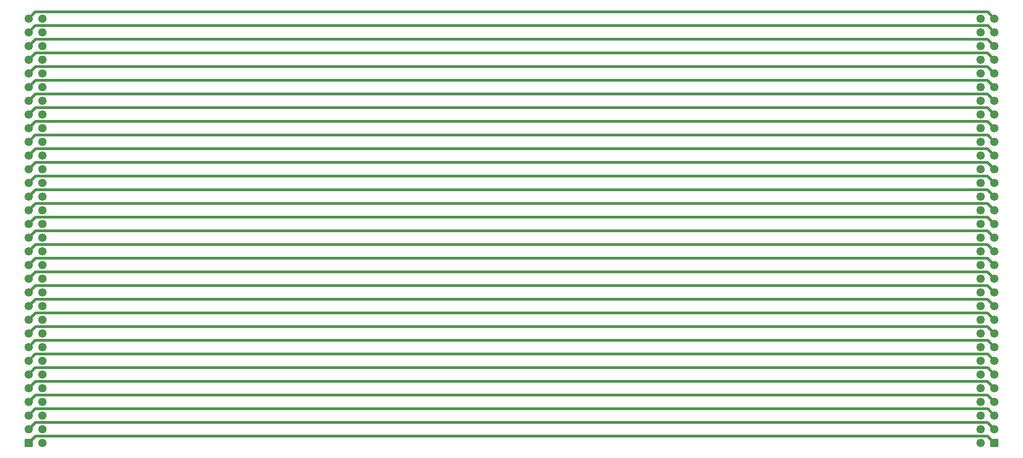
<source format=gbr>
%TF.GenerationSoftware,KiCad,Pcbnew,6.0.11-2627ca5db0~126~ubuntu22.04.1*%
%TF.CreationDate,2023-06-25T19:34:19+02:00*%
%TF.ProjectId,ikegami-htm1917r-extension,696b6567-616d-4692-9d68-746d31393137,rev?*%
%TF.SameCoordinates,Original*%
%TF.FileFunction,Copper,L1,Top*%
%TF.FilePolarity,Positive*%
%FSLAX46Y46*%
G04 Gerber Fmt 4.6, Leading zero omitted, Abs format (unit mm)*
G04 Created by KiCad (PCBNEW 6.0.11-2627ca5db0~126~ubuntu22.04.1) date 2023-06-25 19:34:19*
%MOMM*%
%LPD*%
G01*
G04 APERTURE LIST*
G04 Aperture macros list*
%AMRoundRect*
0 Rectangle with rounded corners*
0 $1 Rounding radius*
0 $2 $3 $4 $5 $6 $7 $8 $9 X,Y pos of 4 corners*
0 Add a 4 corners polygon primitive as box body*
4,1,4,$2,$3,$4,$5,$6,$7,$8,$9,$2,$3,0*
0 Add four circle primitives for the rounded corners*
1,1,$1+$1,$2,$3*
1,1,$1+$1,$4,$5*
1,1,$1+$1,$6,$7*
1,1,$1+$1,$8,$9*
0 Add four rect primitives between the rounded corners*
20,1,$1+$1,$2,$3,$4,$5,0*
20,1,$1+$1,$4,$5,$6,$7,0*
20,1,$1+$1,$6,$7,$8,$9,0*
20,1,$1+$1,$8,$9,$2,$3,0*%
G04 Aperture macros list end*
%TA.AperFunction,ComponentPad*%
%ADD10RoundRect,0.249999X-0.525001X0.525001X-0.525001X-0.525001X0.525001X-0.525001X0.525001X0.525001X0*%
%TD*%
%TA.AperFunction,ComponentPad*%
%ADD11C,1.550000*%
%TD*%
%TA.AperFunction,ComponentPad*%
%ADD12RoundRect,0.249999X0.525001X-0.525001X0.525001X0.525001X-0.525001X0.525001X-0.525001X-0.525001X0*%
%TD*%
%TA.AperFunction,Conductor*%
%ADD13C,0.500000*%
%TD*%
G04 APERTURE END LIST*
D10*
%TO.P,J10,a1,Pin_a1*%
%TO.N,A1*%
X257690000Y-232000000D03*
D11*
%TO.P,J10,a2,Pin_a2*%
%TO.N,A2*%
X257690000Y-229460000D03*
%TO.P,J10,a3,Pin_a3*%
%TO.N,A3*%
X257690000Y-226920000D03*
%TO.P,J10,a4,Pin_a4*%
%TO.N,A4*%
X257690000Y-224380000D03*
%TO.P,J10,a5,Pin_a5*%
%TO.N,A5*%
X257690000Y-221840000D03*
%TO.P,J10,a6,Pin_a6*%
%TO.N,A6*%
X257690000Y-219300000D03*
%TO.P,J10,a7,Pin_a7*%
%TO.N,A7*%
X257690000Y-216760000D03*
%TO.P,J10,a8,Pin_a8*%
%TO.N,A8*%
X257690000Y-214220000D03*
%TO.P,J10,a9,Pin_a9*%
%TO.N,A9*%
X257690000Y-211680000D03*
%TO.P,J10,a10,Pin_a10*%
%TO.N,A10*%
X257690000Y-209140000D03*
%TO.P,J10,a11,Pin_a11*%
%TO.N,A11*%
X257690000Y-206600000D03*
%TO.P,J10,a12,Pin_a12*%
%TO.N,A12*%
X257690000Y-204060000D03*
%TO.P,J10,a13,Pin_a13*%
%TO.N,A13*%
X257690000Y-201520000D03*
%TO.P,J10,a14,Pin_a14*%
%TO.N,A14*%
X257690000Y-198980000D03*
%TO.P,J10,a15,Pin_a15*%
%TO.N,A15*%
X257690000Y-196440000D03*
%TO.P,J10,a16,Pin_a16*%
%TO.N,A16*%
X257690000Y-193900000D03*
%TO.P,J10,a17,Pin_a17*%
%TO.N,A17*%
X257690000Y-191360000D03*
%TO.P,J10,a18,Pin_a18*%
%TO.N,A18*%
X257690000Y-188820000D03*
%TO.P,J10,a19,Pin_a19*%
%TO.N,A19*%
X257690000Y-186280000D03*
%TO.P,J10,a20,Pin_a20*%
%TO.N,A20*%
X257690000Y-183740000D03*
%TO.P,J10,a21,Pin_a21*%
%TO.N,A21*%
X257690000Y-181200000D03*
%TO.P,J10,a22,Pin_a22*%
%TO.N,A22*%
X257690000Y-178660000D03*
%TO.P,J10,a23,Pin_a23*%
%TO.N,A23*%
X257690000Y-176120000D03*
%TO.P,J10,a24,Pin_a24*%
%TO.N,A24*%
X257690000Y-173580000D03*
%TO.P,J10,a25,Pin_a25*%
%TO.N,A25*%
X257690000Y-171040000D03*
%TO.P,J10,a26,Pin_a26*%
%TO.N,A26*%
X257690000Y-168500000D03*
%TO.P,J10,a27,Pin_a27*%
%TO.N,A27*%
X257690000Y-165960000D03*
%TO.P,J10,a28,Pin_a28*%
%TO.N,A28*%
X257690000Y-163420000D03*
%TO.P,J10,a29,Pin_a29*%
%TO.N,A29*%
X257690000Y-160880000D03*
%TO.P,J10,a30,Pin_a30*%
%TO.N,A30*%
X257690000Y-158340000D03*
%TO.P,J10,a31,Pin_a31*%
%TO.N,A31*%
X257690000Y-155800000D03*
%TO.P,J10,a32,Pin_a32*%
%TO.N,A32*%
X257690000Y-153260000D03*
%TO.P,J10,b1,Pin_b1*%
%TO.N,B1*%
X255150000Y-232000000D03*
%TO.P,J10,b2,Pin_b2*%
%TO.N,B2*%
X255150000Y-229460000D03*
%TO.P,J10,b3,Pin_b3*%
%TO.N,B3*%
X255150000Y-226920000D03*
%TO.P,J10,b4,Pin_b4*%
%TO.N,B4*%
X255150000Y-224380000D03*
%TO.P,J10,b5,Pin_b5*%
%TO.N,B5*%
X255150000Y-221840000D03*
%TO.P,J10,b6,Pin_b6*%
%TO.N,B6*%
X255150000Y-219300000D03*
%TO.P,J10,b7,Pin_b7*%
%TO.N,B7*%
X255150000Y-216760000D03*
%TO.P,J10,b8,Pin_b8*%
%TO.N,B8*%
X255150000Y-214220000D03*
%TO.P,J10,b9,Pin_b9*%
%TO.N,B9*%
X255150000Y-211680000D03*
%TO.P,J10,b10,Pin_b10*%
%TO.N,B10*%
X255150000Y-209140000D03*
%TO.P,J10,b11,Pin_b11*%
%TO.N,B11*%
X255150000Y-206600000D03*
%TO.P,J10,b12,Pin_b12*%
%TO.N,B12*%
X255150000Y-204060000D03*
%TO.P,J10,b13,Pin_b13*%
%TO.N,B13*%
X255150000Y-201520000D03*
%TO.P,J10,b14,Pin_b14*%
%TO.N,B14*%
X255150000Y-198980000D03*
%TO.P,J10,b15,Pin_b15*%
%TO.N,B15*%
X255150000Y-196440000D03*
%TO.P,J10,b16,Pin_b16*%
%TO.N,B16*%
X255150000Y-193900000D03*
%TO.P,J10,b17,Pin_b17*%
%TO.N,B17*%
X255150000Y-191360000D03*
%TO.P,J10,b18,Pin_b18*%
%TO.N,B18*%
X255150000Y-188820000D03*
%TO.P,J10,b19,Pin_b19*%
%TO.N,B19*%
X255150000Y-186280000D03*
%TO.P,J10,b20,Pin_b20*%
%TO.N,B20*%
X255150000Y-183740000D03*
%TO.P,J10,b21,Pin_b21*%
%TO.N,B21*%
X255150000Y-181200000D03*
%TO.P,J10,b22,Pin_b22*%
%TO.N,B22*%
X255150000Y-178660000D03*
%TO.P,J10,b23,Pin_b23*%
%TO.N,B23*%
X255150000Y-176120000D03*
%TO.P,J10,b24,Pin_b24*%
%TO.N,B24*%
X255150000Y-173580000D03*
%TO.P,J10,b25,Pin_b25*%
%TO.N,B25*%
X255150000Y-171040000D03*
%TO.P,J10,b26,Pin_b26*%
%TO.N,B26*%
X255150000Y-168500000D03*
%TO.P,J10,b27,Pin_b27*%
%TO.N,B27*%
X255150000Y-165960000D03*
%TO.P,J10,b28,Pin_b28*%
%TO.N,B28*%
X255150000Y-163420000D03*
%TO.P,J10,b29,Pin_b29*%
%TO.N,B29*%
X255150000Y-160880000D03*
%TO.P,J10,b30,Pin_b30*%
%TO.N,B30*%
X255150000Y-158340000D03*
%TO.P,J10,b31,Pin_b31*%
%TO.N,B31*%
X255150000Y-155800000D03*
%TO.P,J10,b32,Pin_b32*%
%TO.N,B32*%
X255150000Y-153260000D03*
%TD*%
D12*
%TO.P,J20,a1,Pin_a1*%
%TO.N,A1*%
X78290000Y-232000000D03*
D11*
%TO.P,J20,a2,Pin_a2*%
%TO.N,A2*%
X78290000Y-229460000D03*
%TO.P,J20,a3,Pin_a3*%
%TO.N,A3*%
X78290000Y-226920000D03*
%TO.P,J20,a4,Pin_a4*%
%TO.N,A4*%
X78290000Y-224380000D03*
%TO.P,J20,a5,Pin_a5*%
%TO.N,A5*%
X78290000Y-221840000D03*
%TO.P,J20,a6,Pin_a6*%
%TO.N,A6*%
X78290000Y-219300000D03*
%TO.P,J20,a7,Pin_a7*%
%TO.N,A7*%
X78290000Y-216760000D03*
%TO.P,J20,a8,Pin_a8*%
%TO.N,A8*%
X78290000Y-214220000D03*
%TO.P,J20,a9,Pin_a9*%
%TO.N,A9*%
X78290000Y-211680000D03*
%TO.P,J20,a10,Pin_a10*%
%TO.N,A10*%
X78290000Y-209140000D03*
%TO.P,J20,a11,Pin_a11*%
%TO.N,A11*%
X78290000Y-206600000D03*
%TO.P,J20,a12,Pin_a12*%
%TO.N,A12*%
X78290000Y-204060000D03*
%TO.P,J20,a13,Pin_a13*%
%TO.N,A13*%
X78290000Y-201520000D03*
%TO.P,J20,a14,Pin_a14*%
%TO.N,A14*%
X78290000Y-198980000D03*
%TO.P,J20,a15,Pin_a15*%
%TO.N,A15*%
X78290000Y-196440000D03*
%TO.P,J20,a16,Pin_a16*%
%TO.N,A16*%
X78290000Y-193900000D03*
%TO.P,J20,a17,Pin_a17*%
%TO.N,A17*%
X78290000Y-191360000D03*
%TO.P,J20,a18,Pin_a18*%
%TO.N,A18*%
X78290000Y-188820000D03*
%TO.P,J20,a19,Pin_a19*%
%TO.N,A19*%
X78290000Y-186280000D03*
%TO.P,J20,a20,Pin_a20*%
%TO.N,A20*%
X78290000Y-183740000D03*
%TO.P,J20,a21,Pin_a21*%
%TO.N,A21*%
X78290000Y-181200000D03*
%TO.P,J20,a22,Pin_a22*%
%TO.N,A22*%
X78290000Y-178660000D03*
%TO.P,J20,a23,Pin_a23*%
%TO.N,A23*%
X78290000Y-176120000D03*
%TO.P,J20,a24,Pin_a24*%
%TO.N,A24*%
X78290000Y-173580000D03*
%TO.P,J20,a25,Pin_a25*%
%TO.N,A25*%
X78290000Y-171040000D03*
%TO.P,J20,a26,Pin_a26*%
%TO.N,A26*%
X78290000Y-168500000D03*
%TO.P,J20,a27,Pin_a27*%
%TO.N,A27*%
X78290000Y-165960000D03*
%TO.P,J20,a28,Pin_a28*%
%TO.N,A28*%
X78290000Y-163420000D03*
%TO.P,J20,a29,Pin_a29*%
%TO.N,A29*%
X78290000Y-160880000D03*
%TO.P,J20,a30,Pin_a30*%
%TO.N,A30*%
X78290000Y-158340000D03*
%TO.P,J20,a31,Pin_a31*%
%TO.N,A31*%
X78290000Y-155800000D03*
%TO.P,J20,a32,Pin_a32*%
%TO.N,A32*%
X78290000Y-153260000D03*
%TO.P,J20,b1,Pin_b1*%
%TO.N,B1*%
X80830000Y-232000000D03*
%TO.P,J20,b2,Pin_b2*%
%TO.N,B2*%
X80830000Y-229460000D03*
%TO.P,J20,b3,Pin_b3*%
%TO.N,B3*%
X80830000Y-226920000D03*
%TO.P,J20,b4,Pin_b4*%
%TO.N,B4*%
X80830000Y-224380000D03*
%TO.P,J20,b5,Pin_b5*%
%TO.N,B5*%
X80830000Y-221840000D03*
%TO.P,J20,b6,Pin_b6*%
%TO.N,B6*%
X80830000Y-219300000D03*
%TO.P,J20,b7,Pin_b7*%
%TO.N,B7*%
X80830000Y-216760000D03*
%TO.P,J20,b8,Pin_b8*%
%TO.N,B8*%
X80830000Y-214220000D03*
%TO.P,J20,b9,Pin_b9*%
%TO.N,B9*%
X80830000Y-211680000D03*
%TO.P,J20,b10,Pin_b10*%
%TO.N,B10*%
X80830000Y-209140000D03*
%TO.P,J20,b11,Pin_b11*%
%TO.N,B11*%
X80830000Y-206600000D03*
%TO.P,J20,b12,Pin_b12*%
%TO.N,B12*%
X80830000Y-204060000D03*
%TO.P,J20,b13,Pin_b13*%
%TO.N,B13*%
X80830000Y-201520000D03*
%TO.P,J20,b14,Pin_b14*%
%TO.N,B14*%
X80830000Y-198980000D03*
%TO.P,J20,b15,Pin_b15*%
%TO.N,B15*%
X80830000Y-196440000D03*
%TO.P,J20,b16,Pin_b16*%
%TO.N,B16*%
X80830000Y-193900000D03*
%TO.P,J20,b17,Pin_b17*%
%TO.N,B17*%
X80830000Y-191360000D03*
%TO.P,J20,b18,Pin_b18*%
%TO.N,B18*%
X80830000Y-188820000D03*
%TO.P,J20,b19,Pin_b19*%
%TO.N,B19*%
X80830000Y-186280000D03*
%TO.P,J20,b20,Pin_b20*%
%TO.N,B20*%
X80830000Y-183740000D03*
%TO.P,J20,b21,Pin_b21*%
%TO.N,B21*%
X80830000Y-181200000D03*
%TO.P,J20,b22,Pin_b22*%
%TO.N,B22*%
X80830000Y-178660000D03*
%TO.P,J20,b23,Pin_b23*%
%TO.N,B23*%
X80830000Y-176120000D03*
%TO.P,J20,b24,Pin_b24*%
%TO.N,B24*%
X80830000Y-173580000D03*
%TO.P,J20,b25,Pin_b25*%
%TO.N,B25*%
X80830000Y-171040000D03*
%TO.P,J20,b26,Pin_b26*%
%TO.N,B26*%
X80830000Y-168500000D03*
%TO.P,J20,b27,Pin_b27*%
%TO.N,B27*%
X80830000Y-165960000D03*
%TO.P,J20,b28,Pin_b28*%
%TO.N,B28*%
X80830000Y-163420000D03*
%TO.P,J20,b29,Pin_b29*%
%TO.N,B29*%
X80830000Y-160880000D03*
%TO.P,J20,b30,Pin_b30*%
%TO.N,B30*%
X80830000Y-158340000D03*
%TO.P,J20,b31,Pin_b31*%
%TO.N,B31*%
X80830000Y-155800000D03*
%TO.P,J20,b32,Pin_b32*%
%TO.N,B32*%
X80830000Y-153260000D03*
%TD*%
D13*
%TO.N,A1*%
X78290000Y-232000000D02*
X79560000Y-230730000D01*
X256420000Y-230730000D02*
X257690000Y-232000000D01*
X79560000Y-230730000D02*
X256420000Y-230730000D01*
%TO.N,A2*%
X256420000Y-228190000D02*
X257690000Y-229460000D01*
X79560000Y-228190000D02*
X256420000Y-228190000D01*
X78290000Y-229460000D02*
X79560000Y-228190000D01*
%TO.N,A3*%
X256430000Y-225660000D02*
X257690000Y-226920000D01*
X78290000Y-226920000D02*
X79550000Y-225660000D01*
X79550000Y-225660000D02*
X256430000Y-225660000D01*
%TO.N,A4*%
X78290000Y-224380000D02*
X79560000Y-223110000D01*
X256420000Y-223110000D02*
X257690000Y-224380000D01*
X79560000Y-223110000D02*
X256420000Y-223110000D01*
%TO.N,A5*%
X79560000Y-220570000D02*
X256420000Y-220570000D01*
X78290000Y-221840000D02*
X79560000Y-220570000D01*
X256420000Y-220570000D02*
X257690000Y-221840000D01*
%TO.N,A6*%
X256430000Y-218040000D02*
X257690000Y-219300000D01*
X78290000Y-219300000D02*
X79550000Y-218040000D01*
X79550000Y-218040000D02*
X256430000Y-218040000D01*
%TO.N,A7*%
X78290000Y-216760000D02*
X79550000Y-215500000D01*
X79550000Y-215500000D02*
X256430000Y-215500000D01*
X256430000Y-215500000D02*
X257690000Y-216760000D01*
%TO.N,A8*%
X78290000Y-214220000D02*
X79550000Y-212960000D01*
X79550000Y-212960000D02*
X256430000Y-212960000D01*
X256430000Y-212960000D02*
X257690000Y-214220000D01*
%TO.N,A9*%
X79560000Y-210410000D02*
X256420000Y-210410000D01*
X78290000Y-211680000D02*
X79560000Y-210410000D01*
X256420000Y-210410000D02*
X257690000Y-211680000D01*
%TO.N,A10*%
X79560000Y-207870000D02*
X256420000Y-207870000D01*
X78290000Y-209140000D02*
X79560000Y-207870000D01*
X256420000Y-207870000D02*
X257690000Y-209140000D01*
%TO.N,A11*%
X79560000Y-205330000D02*
X256420000Y-205330000D01*
X256420000Y-205330000D02*
X257690000Y-206600000D01*
X78290000Y-206600000D02*
X79560000Y-205330000D01*
%TO.N,A12*%
X78290000Y-204060000D02*
X79560000Y-202790000D01*
X79560000Y-202790000D02*
X256420000Y-202790000D01*
X256420000Y-202790000D02*
X257690000Y-204060000D01*
%TO.N,A13*%
X79560000Y-200250000D02*
X256420000Y-200250000D01*
X256420000Y-200250000D02*
X257690000Y-201520000D01*
X78290000Y-201520000D02*
X79560000Y-200250000D01*
%TO.N,A14*%
X79560000Y-197710000D02*
X256420000Y-197710000D01*
X256420000Y-197710000D02*
X257690000Y-198980000D01*
X78290000Y-198980000D02*
X79560000Y-197710000D01*
%TO.N,A15*%
X79560000Y-195170000D02*
X256420000Y-195170000D01*
X78290000Y-196440000D02*
X79560000Y-195170000D01*
X256420000Y-195170000D02*
X257690000Y-196440000D01*
%TO.N,A16*%
X256420000Y-192630000D02*
X257690000Y-193900000D01*
X78290000Y-193900000D02*
X79560000Y-192630000D01*
X79560000Y-192630000D02*
X256420000Y-192630000D01*
%TO.N,A17*%
X79560000Y-190090000D02*
X256420000Y-190090000D01*
X256420000Y-190090000D02*
X257690000Y-191360000D01*
X78290000Y-191360000D02*
X79560000Y-190090000D01*
%TO.N,A18*%
X256410000Y-187540000D02*
X257690000Y-188820000D01*
X78290000Y-188820000D02*
X79570000Y-187540000D01*
X79570000Y-187540000D02*
X256410000Y-187540000D01*
%TO.N,A19*%
X78290000Y-186280000D02*
X79570000Y-185000000D01*
X79570000Y-185000000D02*
X256410000Y-185000000D01*
X256410000Y-185000000D02*
X257690000Y-186280000D01*
%TO.N,A20*%
X256410000Y-182460000D02*
X257690000Y-183740000D01*
X79570000Y-182460000D02*
X256410000Y-182460000D01*
X78290000Y-183740000D02*
X79570000Y-182460000D01*
%TO.N,A21*%
X78290000Y-181200000D02*
X79560000Y-179930000D01*
X79560000Y-179930000D02*
X256420000Y-179930000D01*
X256420000Y-179930000D02*
X257690000Y-181200000D01*
%TO.N,A22*%
X256420000Y-177390000D02*
X257690000Y-178660000D01*
X79560000Y-177390000D02*
X256420000Y-177390000D01*
X78290000Y-178660000D02*
X79560000Y-177390000D01*
%TO.N,A23*%
X256430000Y-174860000D02*
X257690000Y-176120000D01*
X78290000Y-176120000D02*
X79550000Y-174860000D01*
X79550000Y-174860000D02*
X256430000Y-174860000D01*
%TO.N,A24*%
X78290000Y-173580000D02*
X79570000Y-172300000D01*
X256410000Y-172300000D02*
X257690000Y-173580000D01*
X79570000Y-172300000D02*
X256410000Y-172300000D01*
%TO.N,A25*%
X78290000Y-171040000D02*
X79560000Y-169770000D01*
X256420000Y-169770000D02*
X257690000Y-171040000D01*
X79560000Y-169770000D02*
X256420000Y-169770000D01*
%TO.N,A26*%
X79560000Y-167230000D02*
X256420000Y-167230000D01*
X78290000Y-168500000D02*
X79560000Y-167230000D01*
X256420000Y-167230000D02*
X257690000Y-168500000D01*
%TO.N,A27*%
X78290000Y-165960000D02*
X79560000Y-164690000D01*
X256420000Y-164690000D02*
X257690000Y-165960000D01*
X79560000Y-164690000D02*
X256420000Y-164690000D01*
%TO.N,A28*%
X256420000Y-162150000D02*
X257690000Y-163420000D01*
X78290000Y-163420000D02*
X79560000Y-162150000D01*
X79560000Y-162150000D02*
X256420000Y-162150000D01*
%TO.N,A29*%
X78290000Y-160880000D02*
X79560000Y-159610000D01*
X79560000Y-159610000D02*
X256420000Y-159610000D01*
X256420000Y-159610000D02*
X257690000Y-160880000D01*
%TO.N,A30*%
X256420000Y-157070000D02*
X257690000Y-158340000D01*
X78290000Y-158340000D02*
X79560000Y-157070000D01*
X79560000Y-157070000D02*
X256420000Y-157070000D01*
%TO.N,A31*%
X256430000Y-154540000D02*
X257690000Y-155800000D01*
X79550000Y-154540000D02*
X256430000Y-154540000D01*
X78290000Y-155800000D02*
X79550000Y-154540000D01*
%TO.N,A32*%
X79520000Y-152030000D02*
X256460000Y-152030000D01*
X256460000Y-152030000D02*
X257690000Y-153260000D01*
X78290000Y-153260000D02*
X79520000Y-152030000D01*
%TD*%
M02*

</source>
